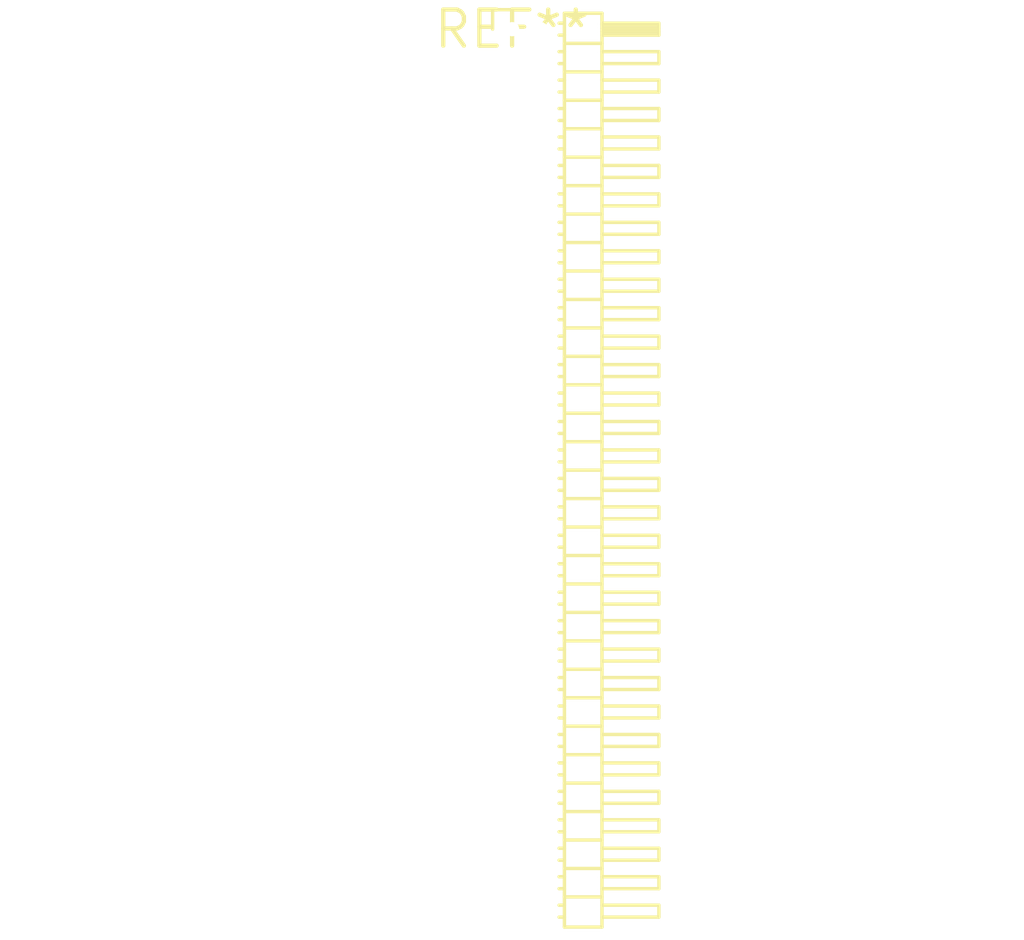
<source format=kicad_pcb>
(kicad_pcb (version 20240108) (generator pcbnew)
  (layers (0 "F.Cu" signal) (31 "B.Cu" signal) (34 "B.Paste" user) (35 "F.Paste" user) (36 "B.SilkS" user "B.Silkscreen") (37 "F.SilkS" user "F.Silkscreen") (38 "B.Mask" user) (39 "F.Mask" user) (44 "Edge.Cuts" user))
  (net 0 "")
  (footprint "PinHeader_2x32_P1.00mm_Horizontal" (layer "F.Cu") (at 0 0)
    (property "Reference" "REF**")
    (property "Value" "PinHeader_2x32_P1.00mm_Horizontal")
    (fp_line (start -0.685 -0.685) (end 0 -0.685) (layer "F.SilkS") (stroke (width 0.12)))
    (fp_line (start -0.685 0) (end -0.685 -0.685) (layer "F.SilkS") (stroke (width 0.12)))
    (fp_line (start 1.652016 -0.21) (end 1.84 -0.21) (layer "F.SilkS") (stroke (width 0.12)))
    (fp_line (start 1.652016 0.21) (end 1.84 0.21) (layer "F.SilkS") (stroke (width 0.12)))
    (fp_line (start 1.652016 0.79) (end 1.84 0.79) (layer "F.SilkS") (stroke (width 0.12)))
    (fp_line (start 1.652016 1.21) (end 1.84 1.21) (layer "F.SilkS") (stroke (width 0.12)))
    (fp_line (start 1.652016 1.79) (end 1.84 1.79) (layer "F.SilkS") (stroke (width 0.12)))
    (fp_line (start 1.652016 2.21) (end 1.84 2.21) (layer "F.SilkS") (stroke (width 0.12)))
    (fp_line (start 1.652016 2.79) (end 1.84 2.79) (layer "F.SilkS") (stroke (width 0.12)))
    (fp_line (start 1.652016 3.21) (end 1.84 3.21) (layer "F.SilkS") (stroke (width 0.12)))
    (fp_line (start 1.652016 3.79) (end 1.84 3.79) (layer "F.SilkS") (stroke (width 0.12)))
    (fp_line (start 1.652016 4.21) (end 1.84 4.21) (layer "F.SilkS") (stroke (width 0.12)))
    (fp_line (start 1.652016 4.79) (end 1.84 4.79) (layer "F.SilkS") (stroke (width 0.12)))
    (fp_line (start 1.652016 5.21) (end 1.84 5.21) (layer "F.SilkS") (stroke (width 0.12)))
    (fp_line (start 1.652016 5.79) (end 1.84 5.79) (layer "F.SilkS") (stroke (width 0.12)))
    (fp_line (start 1.652016 6.21) (end 1.84 6.21) (layer "F.SilkS") (stroke (width 0.12)))
    (fp_line (start 1.652016 6.79) (end 1.84 6.79) (layer "F.SilkS") (stroke (width 0.12)))
    (fp_line (start 1.652016 7.21) (end 1.84 7.21) (layer "F.SilkS") (stroke (width 0.12)))
    (fp_line (start 1.652016 7.79) (end 1.84 7.79) (layer "F.SilkS") (stroke (width 0.12)))
    (fp_line (start 1.652016 8.21) (end 1.84 8.21) (layer "F.SilkS") (stroke (width 0.12)))
    (fp_line (start 1.652016 8.79) (end 1.84 8.79) (layer "F.SilkS") (stroke (width 0.12)))
    (fp_line (start 1.652016 9.21) (end 1.84 9.21) (layer "F.SilkS") (stroke (width 0.12)))
    (fp_line (start 1.652016 9.79) (end 1.84 9.79) (layer "F.SilkS") (stroke (width 0.12)))
    (fp_line (start 1.652016 10.21) (end 1.84 10.21) (layer "F.SilkS") (stroke (width 0.12)))
    (fp_line (start 1.652016 10.79) (end 1.84 10.79) (layer "F.SilkS") (stroke (width 0.12)))
    (fp_line (start 1.652016 11.21) (end 1.84 11.21) (layer "F.SilkS") (stroke (width 0.12)))
    (fp_line (start 1.652016 11.79) (end 1.84 11.79) (layer "F.SilkS") (stroke (width 0.12)))
    (fp_line (start 1.652016 12.21) (end 1.84 12.21) (layer "F.SilkS") (stroke (width 0.12)))
    (fp_line (start 1.652016 12.79) (end 1.84 12.79) (layer "F.SilkS") (stroke (width 0.12)))
    (fp_line (start 1.652016 13.21) (end 1.84 13.21) (layer "F.SilkS") (stroke (width 0.12)))
    (fp_line (start 1.652016 13.79) (end 1.84 13.79) (layer "F.SilkS") (stroke (width 0.12)))
    (fp_line (start 1.652016 14.21) (end 1.84 14.21) (layer "F.SilkS") (stroke (width 0.12)))
    (fp_line (start 1.652016 14.79) (end 1.84 14.79) (layer "F.SilkS") (stroke (width 0.12)))
    (fp_line (start 1.652016 15.21) (end 1.84 15.21) (layer "F.SilkS") (stroke (width 0.12)))
    (fp_line (start 1.652016 15.79) (end 1.84 15.79) (layer "F.SilkS") (stroke (width 0.12)))
    (fp_line (start 1.652016 16.21) (end 1.84 16.21) (layer "F.SilkS") (stroke (width 0.12)))
    (fp_line (start 1.652016 16.79) (end 1.84 16.79) (layer "F.SilkS") (stroke (width 0.12)))
    (fp_line (start 1.652016 17.21) (end 1.84 17.21) (layer "F.SilkS") (stroke (width 0.12)))
    (fp_line (start 1.652016 17.79) (end 1.84 17.79) (layer "F.SilkS") (stroke (width 0.12)))
    (fp_line (start 1.652016 18.21) (end 1.84 18.21) (layer "F.SilkS") (stroke (width 0.12)))
    (fp_line (start 1.652016 18.79) (end 1.84 18.79) (layer "F.SilkS") (stroke (width 0.12)))
    (fp_line (start 1.652016 19.21) (end 1.84 19.21) (layer "F.SilkS") (stroke (width 0.12)))
    (fp_line (start 1.652016 19.79) (end 1.84 19.79) (layer "F.SilkS") (stroke (width 0.12)))
    (fp_line (start 1.652016 20.21) (end 1.84 20.21) (layer "F.SilkS") (stroke (width 0.12)))
    (fp_line (start 1.652016 20.79) (end 1.84 20.79) (layer "F.SilkS") (stroke (width 0.12)))
    (fp_line (start 1.652016 21.21) (end 1.84 21.21) (layer "F.SilkS") (stroke (width 0.12)))
    (fp_line (start 1.652016 21.79) (end 1.84 21.79) (layer "F.SilkS") (stroke (width 0.12)))
    (fp_line (start 1.652016 22.21) (end 1.84 22.21) (layer "F.SilkS") (stroke (width 0.12)))
    (fp_line (start 1.652016 22.79) (end 1.84 22.79) (layer "F.SilkS") (stroke (width 0.12)))
    (fp_line (start 1.652016 23.21) (end 1.84 23.21) (layer "F.SilkS") (stroke (width 0.12)))
    (fp_line (start 1.652016 23.79) (end 1.84 23.79) (layer "F.SilkS") (stroke (width 0.12)))
    (fp_line (start 1.652016 24.21) (end 1.84 24.21) (layer "F.SilkS") (stroke (width 0.12)))
    (fp_line (start 1.652016 24.79) (end 1.84 24.79) (layer "F.SilkS") (stroke (width 0.12)))
    (fp_line (start 1.652016 25.21) (end 1.84 25.21) (layer "F.SilkS") (stroke (width 0.12)))
    (fp_line (start 1.652016 25.79) (end 1.84 25.79) (layer "F.SilkS") (stroke (width 0.12)))
    (fp_line (start 1.652016 26.21) (end 1.84 26.21) (layer "F.SilkS") (stroke (width 0.12)))
    (fp_line (start 1.652016 26.79) (end 1.84 26.79) (layer "F.SilkS") (stroke (width 0.12)))
    (fp_line (start 1.652016 27.21) (end 1.84 27.21) (layer "F.SilkS") (stroke (width 0.12)))
    (fp_line (start 1.652016 27.79) (end 1.84 27.79) (layer "F.SilkS") (stroke (width 0.12)))
    (fp_line (start 1.652016 28.21) (end 1.84 28.21) (layer "F.SilkS") (stroke (width 0.12)))
    (fp_line (start 1.652016 28.79) (end 1.84 28.79) (layer "F.SilkS") (stroke (width 0.12)))
    (fp_line (start 1.652016 29.21) (end 1.84 29.21) (layer "F.SilkS") (stroke (width 0.12)))
    (fp_line (start 1.652016 29.79) (end 1.84 29.79) (layer "F.SilkS") (stroke (width 0.12)))
    (fp_line (start 1.652016 30.21) (end 1.84 30.21) (layer "F.SilkS") (stroke (width 0.12)))
    (fp_line (start 1.652016 30.79) (end 1.84 30.79) (layer "F.SilkS") (stroke (width 0.12)))
    (fp_line (start 1.652016 31.21) (end 1.84 31.21) (layer "F.SilkS") (stroke (width 0.12)))
    (fp_line (start 1.84 -0.56) (end 1.84 31.56) (layer "F.SilkS") (stroke (width 0.12)))
    (fp_line (start 1.84 0.5) (end 3.16 0.5) (layer "F.SilkS") (stroke (width 0.12)))
    (fp_line (start 1.84 1.5) (end 3.16 1.5) (layer "F.SilkS") (stroke (width 0.12)))
    (fp_line (start 1.84 2.5) (end 3.16 2.5) (layer "F.SilkS") (stroke (width 0.12)))
    (fp_line (start 1.84 3.5) (end 3.16 3.5) (layer "F.SilkS") (stroke (width 0.12)))
    (fp_line (start 1.84 4.5) (end 3.16 4.5) (layer "F.SilkS") (stroke (width 0.12)))
    (fp_line (start 1.84 5.5) (end 3.16 5.5) (layer "F.SilkS") (stroke (width 0.12)))
    (fp_line (start 1.84 6.5) (end 3.16 6.5) (layer "F.SilkS") (stroke (width 0.12)))
    (fp_line (start 1.84 7.5) (end 3.16 7.5) (layer "F.SilkS") (stroke (width 0.12)))
    (fp_line (start 1.84 8.5) (end 3.16 8.5) (layer "F.SilkS") (stroke (width 0.12)))
    (fp_line (start 1.84 9.5) (end 3.16 9.5) (layer "F.SilkS") (stroke (width 0.12)))
    (fp_line (start 1.84 10.5) (end 3.16 10.5) (layer "F.SilkS") (stroke (width 0.12)))
    (fp_line (start 1.84 11.5) (end 3.16 11.5) (layer "F.SilkS") (stroke (width 0.12)))
    (fp_line (start 1.84 12.5) (end 3.16 12.5) (layer "F.SilkS") (stroke (width 0.12)))
    (fp_line (start 1.84 13.5) (end 3.16 13.5) (layer "F.SilkS") (stroke (width 0.12)))
    (fp_line (start 1.84 14.5) (end 3.16 14.5) (layer "F.SilkS") (stroke (width 0.12)))
    (fp_line (start 1.84 15.5) (end 3.16 15.5) (layer "F.SilkS") (stroke (width 0.12)))
    (fp_line (start 1.84 16.5) (end 3.16 16.5) (layer "F.SilkS") (stroke (width 0.12)))
    (fp_line (start 1.84 17.5) (end 3.16 17.5) (layer "F.SilkS") (stroke (width 0.12)))
    (fp_line (start 1.84 18.5) (end 3.16 18.5) (layer "F.SilkS") (stroke (width 0.12)))
    (fp_line (start 1.84 19.5) (end 3.16 19.5) (layer "F.SilkS") (stroke (width 0.12)))
    (fp_line (start 1.84 20.5) (end 3.16 20.5) (layer "F.SilkS") (stroke (width 0.12)))
    (fp_line (start 1.84 21.5) (end 3.16 21.5) (layer "F.SilkS") (stroke (width 0.12)))
    (fp_line (start 1.84 22.5) (end 3.16 22.5) (layer "F.SilkS") (stroke (width 0.12)))
    (fp_line (start 1.84 23.5) (end 3.16 23.5) (layer "F.SilkS") (stroke (width 0.12)))
    (fp_line (start 1.84 24.5) (end 3.16 24.5) (layer "F.SilkS") (stroke (width 0.12)))
    (fp_line (start 1.84 25.5) (end 3.16 25.5) (layer "F.SilkS") (stroke (width 0.12)))
    (fp_line (start 1.84 26.5) (end 3.16 26.5) (layer "F.SilkS") (stroke (width 0.12)))
    (fp_line (start 1.84 27.5) (end 3.16 27.5) (layer "F.SilkS") (stroke (width 0.12)))
    (fp_line (start 1.84 28.5) (end 3.16 28.5) (layer "F.SilkS") (stroke (width 0.12)))
    (fp_line (start 1.84 29.5) (end 3.16 29.5) (layer "F.SilkS") (stroke (width 0.12)))
    (fp_line (start 1.84 30.5) (end 3.16 30.5) (layer "F.SilkS") (stroke (width 0.12)))
    (fp_line (start 1.84 31.56) (end 3.16 31.56) (layer "F.SilkS") (stroke (width 0.12)))
    (fp_line (start 3.16 -0.56) (end 1.84 -0.56) (layer "F.SilkS") (stroke (width 0.12)))
    (fp_line (start 3.16 -0.21) (end 5.16 -0.21) (layer "F.SilkS") (stroke (width 0.12)))
    (fp_line (start 3.16 -0.15) (end 5.16 -0.15) (layer "F.SilkS") (stroke (width 0.12)))
    (fp_line (start 3.16 -0.03) (end 5.16 -0.03) (layer "F.SilkS") (stroke (width 0.12)))
    (fp_line (start 3.16 0.09) (end 5.16 0.09) (layer "F.SilkS") (stroke (width 0.12)))
    (fp_line (start 3.16 0.79) (end 5.16 0.79) (layer "F.SilkS") (stroke (width 0.12)))
    (fp_line (start 3.16 1.79) (end 5.16 1.79) (layer "F.SilkS") (stroke (width 0.12)))
    (fp_line (start 3.16 2.79) (end 5.16 2.79) (layer "F.SilkS") (stroke (width 0.12)))
    (fp_line (start 3.16 3.79) (end 5.16 3.79) (layer "F.SilkS") (stroke (width 0.12)))
    (fp_line (start 3.16 4.79) (end 5.16 4.79) (layer "F.SilkS") (stroke (width 0.12)))
    (fp_line (start 3.16 5.79) (end 5.16 5.79) (layer "F.SilkS") (stroke (width 0.12)))
    (fp_line (start 3.16 6.79) (end 5.16 6.79) (layer "F.SilkS") (stroke (width 0.12)))
    (fp_line (start 3.16 7.79) (end 5.16 7.79) (layer "F.SilkS") (stroke (width 0.12)))
    (fp_line (start 3.16 8.79) (end 5.16 8.79) (layer "F.SilkS") (stroke (width 0.12)))
    (fp_line (start 3.16 9.79) (end 5.16 9.79) (layer "F.SilkS") (stroke (width 0.12)))
    (fp_line (start 3.16 10.79) (end 5.16 10.79) (layer "F.SilkS") (stroke (width 0.12)))
    (fp_line (start 3.16 11.79) (end 5.16 11.79) (layer "F.SilkS") (stroke (width 0.12)))
    (fp_line (start 3.16 12.79) (end 5.16 12.79) (layer "F.SilkS") (stroke (width 0.12)))
    (fp_line (start 3.16 13.79) (end 5.16 13.79) (layer "F.SilkS") (stroke (width 0.12)))
    (fp_line (start 3.16 14.79) (end 5.16 14.79) (layer "F.SilkS") (stroke (width 0.12)))
    (fp_line (start 3.16 15.79) (end 5.16 15.79) (layer "F.SilkS") (stroke (width 0.12)))
    (fp_line (start 3.16 16.79) (end 5.16 16.79) (layer "F.SilkS") (stroke (width 0.12)))
    (fp_line (start 3.16 17.79) (end 5.16 17.79) (layer "F.SilkS") (stroke (width 0.12)))
    (fp_line (start 3.16 18.79) (end 5.16 18.79) (layer "F.SilkS") (stroke (width 0.12)))
    (fp_line (start 3.16 19.79) (end 5.16 19.79) (layer "F.SilkS") (stroke (width 0.12)))
    (fp_line (start 3.16 20.79) (end 5.16 20.79) (layer "F.SilkS") (stroke (width 0.12)))
    (fp_line (start 3.16 21.79) (end 5.16 21.79) (layer "F.SilkS") (stroke (width 0.12)))
    (fp_line (start 3.16 22.79) (end 5.16 22.79) (layer "F.SilkS") (stroke (width 0.12)))
    (fp_line (start 3.16 23.79) (end 5.16 23.79) (layer "F.SilkS") (stroke (width 0.12)))
    (fp_line (start 3.16 24.79) (end 5.16 24.79) (layer "F.SilkS") (stroke (width 0.12)))
    (fp_line (start 3.16 25.79) (end 5.16 25.79) (layer "F.SilkS") (stroke (width 0.12)))
    (fp_line (start 3.16 26.79) (end 5.16 26.79) (layer "F.SilkS") (stroke (width 0.12)))
    (fp_line (start 3.16 27.79) (end 5.16 27.79) (layer "F.SilkS") (stroke (width 0.12)))
    (fp_line (start 3.16 28.79) (end 5.16 28.79) (layer "F.SilkS") (stroke (width 0.12)))
    (fp_line (start 3.16 29.79) (end 5.16 29.79) (layer "F.SilkS") (stroke (width 0.12)))
    (fp_line (start 3.16 30.79) (end 5.16 30.79) (layer "F.SilkS") (stroke (width 0.12)))
    (fp_line (start 3.16 31.56) (end 3.16 -0.56) (layer "F.SilkS") (stroke (width 0.12)))
    (fp_line (start 5.16 -0.21) (end 5.16 0.21) (layer "F.SilkS") (stroke (width 0.12)))
    (fp_line (start 5.16 0.21) (end 3.16 0.21) (layer "F.SilkS") (stroke (width 0.12)))
    (fp_line (start 5.16 0.79) (end 5.16 1.21) (layer "F.SilkS") (stroke (width 0.12)))
    (fp_line (start 5.16 1.21) (end 3.16 1.21) (layer "F.SilkS") (stroke (width 0.12)))
    (fp_line (start 5.16 1.79) (end 5.16 2.21) (layer "F.SilkS") (stroke (width 0.12)))
    (fp_line (start 5.16 2.21) (end 3.16 2.21) (layer "F.SilkS") (stroke (width 0.12)))
    (fp_line (start 5.16 2.79) (end 5.16 3.21) (layer "F.SilkS") (stroke (width 0.12)))
    (fp_line (start 5.16 3.21) (end 3.16 3.21) (layer "F.SilkS") (stroke (width 0.12)))
    (fp_line (start 5.16 3.79) (end 5.16 4.21) (layer "F.SilkS") (stroke (width 0.12)))
    (fp_line (start 5.16 4.21) (end 3.16 4.21) (layer "F.SilkS") (stroke (width 0.12)))
    (fp_line (start 5.16 4.79) (end 5.16 5.21) (layer "F.SilkS") (stroke (width 0.12)))
    (fp_line (start 5.16 5.21) (end 3.16 5.21) (layer "F.SilkS") (stroke (width 0.12)))
    (fp_line (start 5.16 5.79) (end 5.16 6.21) (layer "F.SilkS") (stroke (width 0.12)))
    (fp_line (start 5.16 6.21) (end 3.16 6.21) (layer "F.SilkS") (stroke (width 0.12)))
    (fp_line (start 5.16 6.79) (end 5.16 7.21) (layer "F.SilkS") (stroke (width 0.12)))
    (fp_line (start 5.16 7.21) (end 3.16 7.21) (layer "F.SilkS") (stroke (width 0.12)))
    (fp_line (start 5.16 7.79) (end 5.16 8.21) (layer "F.SilkS") (stroke (width 0.12)))
    (fp_line (start 5.16 8.21) (end 3.16 8.21) (layer "F.SilkS") (stroke (width 0.12)))
    (fp_line (start 5.16 8.79) (end 5.16 9.21) (layer "F.SilkS") (stroke (width 0.12)))
    (fp_line (start 5.16 9.21) (end 3.16 9.21) (layer "F.SilkS") (stroke (width 0.12)))
    (fp_line (start 5.16 9.79) (end 5.16 10.21) (layer "F.SilkS") (stroke (width 0.12)))
    (fp_line (start 5.16 10.21) (end 3.16 10.21) (layer "F.SilkS") (stroke (width 0.12)))
    (fp_line (start 5.16 10.79) (end 5.16 11.21) (layer "F.SilkS") (stroke (width 0.12)))
    (fp_line (start 5.16 11.21) (end 3.16 11.21) (layer "F.SilkS") (stroke (width 0.12)))
    (fp_line (start 5.16 11.79) (end 5.16 12.21) (layer "F.SilkS") (stroke (width 0.12)))
    (fp_line (start 5.16 12.21) (end 3.16 12.21) (layer "F.SilkS") (stroke (width 0.12)))
    (fp_line (start 5.16 12.79) (end 5.16 13.21) (layer "F.SilkS") (stroke (width 0.12)))
    (fp_line (start 5.16 13.21) (end 3.16 13.21) (layer "F.SilkS") (stroke (width 0.12)))
    (fp_line (start 5.16 13.79) (end 5.16 14.21) (layer "F.SilkS") (stroke (width 0.12)))
    (fp_line (start 5.16 14.21) (end 3.16 14.21) (layer "F.SilkS") (stroke (width 0.12)))
    (fp_line (start 5.16 14.79) (end 5.16 15.21) (layer "F.SilkS") (stroke (width 0.12)))
    (fp_line (start 5.16 15.21) (end 3.16 15.21) (layer "F.SilkS") (stroke (width 0.12)))
    (fp_line (start 5.16 15.79) (end 5.16 16.21) (layer "F.SilkS") (stroke (width 0.12)))
    (fp_line (start 5.16 16.21) (end 3.16 16.21) (layer "F.SilkS") (stroke (width 0.12)))
    (fp_line (start 5.16 16.79) (end 5.16 17.21) (layer "F.SilkS") (stroke (width 0.12)))
    (fp_line (start 5.16 17.21) (end 3.16 17.21) (layer "F.SilkS") (stroke (width 0.12)))
    (fp_line (start 5.16 17.79) (end 5.16 18.21) (layer "F.SilkS") (stroke (width 0.12)))
    (fp_line (start 5.16 18.21) (end 3.16 18.21) (layer "F.SilkS") (stroke (width 0.12)))
    (fp_line (start 5.16 18.79) (end 5.16 19.21) (layer "F.SilkS") (stroke (width 0.12)))
    (fp_line (start 5.16 19.21) (end 3.16 19.21) (layer "F.SilkS") (stroke (width 0.12)))
    (fp_line (start 5.16 19.79) (end 5.16 20.21) (layer "F.SilkS") (stroke (width 0.12)))
    (fp_line (start 5.16 20.21) (end 3.16 20.21) (layer "F.SilkS") (stroke (width 0.12)))
    (fp_line (start 5.16 20.79) (end 5.16 21.21) (layer "F.SilkS") (stroke (width 0.12)))
    (fp_line (start 5.16 21.21) (end 3.16 21.21) (layer "F.SilkS") (stroke (width 0.12)))
    (fp_line (start 5.16 21.79) (end 5.16 22.21) (layer "F.SilkS") (stroke (width 0.12)))
    (fp_line (start 5.16 22.21) (end 3.16 22.21) (layer "F.SilkS") (stroke (width 0.12)))
    (fp_line (start 5.16 22.79) (end 5.16 23.21) (layer "F.SilkS") (stroke (width 0.12)))
    (fp_line (start 5.16 23.21) (end 3.16 23.21) (layer "F.SilkS") (stroke (width 0.12)))
    (fp_line (start 5.16 23.79) (end 5.16 24.21) (layer "F.SilkS") (stroke (width 0.12)))
    (fp_line (start 5.16 24.21) (end 3.16 24.21) (layer "F.SilkS") (stroke (width 0.12)))
    (fp_line (start 5.16 24.79) (end 5.16 25.21) (layer "F.SilkS") (stroke (width 0.12)))
    (fp_line (start 5.16 25.21) (end 3.16 25.21) (layer "F.SilkS") (stroke (width 0.12)))
    (fp_line (start 5.16 25.79) (end 5.16 26.21) (layer "F.SilkS") (stroke (width 0.12)))
    (fp_line (start 5.16 26.21) (end 3.16 26.21) (layer "F.SilkS") (stroke (width 0.12)))
    (fp_line (start 5.16 26.79) (end 5.16 27.21) (layer "F.SilkS") (stroke (width 0.12)))
    (fp_line (start 5.16 27.21) (end 3.16 27.21) (layer "F.SilkS") (stroke (width 0.12)))
    (fp_line (start 5.16 27.79) (end 5.16 28.21) (layer "F.SilkS") (stroke (width 0.12)))
    (fp_line (start 5.16 28.21) (end 3.16 28.21) (layer "F.SilkS") (stroke (width 0.12)))
    (fp_line (start 5.16 28.79) (end 5.16 29.21) (layer "F.SilkS") (stroke (width 0.12)))
    (fp_line (start 5.16 29.21) (end 3.16 29.21) (layer "F.SilkS") (stroke (width 0.12)))
    (fp_line (start 5.16 29.79) (end 5.16 30.21) (layer "F.SilkS") (stroke (width 0.12)))
    (fp_line (start 5.16 30.21) (end 3.16 30.21) (layer "F.SilkS") (stroke (width 0.12)))
    (fp_line (start 5.16 30.79) (end 5.16 31.21) (layer "F.SilkS") (stroke (width 0.12)))
    (fp_line (start 5.16 31.21) (end 3.16 31.21) (layer "F.SilkS") (stroke (width 0.12)))
    (pad "1" thru_hole rect (at 0 0) (size 0.85 0.85) (drill 0.5) (layers *.Cu *.Mask) (remove_unused_layers))
    (pad "2" thru_hole oval (at 1 0) (size 0.85 0.85) (drill 0.5) (layers *.Cu *.Mask) (remove_unused_layers))
    (pad "3" thru_hole oval (at 0 1) (size 0.85 0.85) (drill 0.5) (layers *.Cu *.Mask) (remove_unused_layers))
    (pad "4" thru_hole oval (at 1 1) (size 0.85 0.85) (drill 0.5) (layers *.Cu *.Mask) (remove_unused_layers))
    (pad "5" thru_hole oval (at 0 2) (size 0.85 0.85) (drill 0.5) (layers *.Cu *.Mask) (remove_unused_layers))
    (pad "6" thru_hole oval (at 1 2) (size 0.85 0.85) (drill 0.5) (layers *.Cu *.Mask) (remove_unused_layers))
    (pad "7" thru_hole oval (at 0 3) (size 0.85 0.85) (drill 0.5) (layers *.Cu *.Mask) (remove_unused_layers))
    (pad "8" thru_hole oval (at 1 3) (size 0.85 0.85) (drill 0.5) (layers *.Cu *.Mask) (remove_unused_layers))
    (pad "9" thru_hole oval (at 0 4) (size 0.85 0.85) (drill 0.5) (layers *.Cu *.Mask) (remove_unused_layers))
    (pad "10" thru_hole oval (at 1 4) (size 0.85 0.85) (drill 0.5) (layers *.Cu *.Mask) (remove_unused_layers))
    (pad "11" thru_hole oval (at 0 5) (size 0.85 0.85) (drill 0.5) (layers *.Cu *.Mask) (remove_unused_layers))
    (pad "12" thru_hole oval (at 1 5) (size 0.85 0.85) (drill 0.5) (layers *.Cu *.Mask) (remove_unused_layers))
    (pad "13" thru_hole oval (at 0 6) (size 0.85 0.85) (drill 0.5) (layers *.Cu *.Mask) (remove_unused_layers))
    (pad "14" thru_hole oval (at 1 6) (size 0.85 0.85) (drill 0.5) (layers *.Cu *.Mask) (remove_unused_layers))
    (pad "15" thru_hole oval (at 0 7) (size 0.85 0.85) (drill 0.5) (layers *.Cu *.Mask) (remove_unused_layers))
    (pad "16" thru_hole oval (at 1 7) (size 0.85 0.85) (drill 0.5) (layers *.Cu *.Mask) (remove_unused_layers))
    (pad "17" thru_hole oval (at 0 8) (size 0.85 0.85) (drill 0.5) (layers *.Cu *.Mask) (remove_unused_layers))
    (pad "18" thru_hole oval (at 1 8) (size 0.85 0.85) (drill 0.5) (layers *.Cu *.Mask) (remove_unused_layers))
    (pad "19" thru_hole oval (at 0 9) (size 0.85 0.85) (drill 0.5) (layers *.Cu *.Mask) (remove_unused_layers))
    (pad "20" thru_hole oval (at 1 9) (size 0.85 0.85) (drill 0.5) (layers *.Cu *.Mask) (remove_unused_layers))
    (pad "21" thru_hole oval (at 0 10) (size 0.85 0.85) (drill 0.5) (layers *.Cu *.Mask) (remove_unused_layers))
    (pad "22" thru_hole oval (at 1 10) (size 0.85 0.85) (drill 0.5) (layers *.Cu *.Mask) (remove_unused_layers))
    (pad "23" thru_hole oval (at 0 11) (size 0.85 0.85) (drill 0.5) (layers *.Cu *.Mask) (remove_unused_layers))
    (pad "24" thru_hole oval (at 1 11) (size 0.85 0.85) (drill 0.5) (layers *.Cu *.Mask) (remove_unused_layers))
    (pad "25" thru_hole oval (at 0 12) (size 0.85 0.85) (drill 0.5) (layers *.Cu *.Mask) (remove_unused_layers))
    (pad "26" thru_hole oval (at 1 12) (size 0.85 0.85) (drill 0.5) (layers *.Cu *.Mask) (remove_unused_layers))
    (pad "27" thru_hole oval (at 0 13) (size 0.85 0.85) (drill 0.5) (layers *.Cu *.Mask) (remove_unused_layers))
    (pad "28" thru_hole oval (at 1 13) (size 0.85 0.85) (drill 0.5) (layers *.Cu *.Mask) (remove_unused_layers))
    (pad "29" thru_hole oval (at 0 14) (size 0.85 0.85) (drill 0.5) (layers *.Cu *.Mask) (remove_unused_layers))
    (pad "30" thru_hole oval (at 1 14) (size 0.85 0.85) (drill 0.5) (layers *.Cu *.Mask) (remove_unused_layers))
    (pad "31" thru_hole oval (at 0 15) (size 0.85 0.85) (drill 0.5) (layers *.Cu *.Mask) (remove_unused_layers))
    (pad "32" thru_hole oval (at 1 15) (size 0.85 0.85) (drill 0.5) (layers *.Cu *.Mask) (remove_unused_layers))
    (pad "33" thru_hole oval (at 0 16) (size 0.85 0.85) (drill 0.5) (layers *.Cu *.Mask) (remove_unused_layers))
    (pad "34" thru_hole oval (at 1 16) (size 0.85 0.85) (drill 0.5) (layers *.Cu *.Mask) (remove_unused_layers))
    (pad "35" thru_hole oval (at 0 17) (size 0.85 0.85) (drill 0.5) (layers *.Cu *.Mask) (remove_unused_layers))
    (pad "36" thru_hole oval (at 1 17) (size 0.85 0.85) (drill 0.5) (layers *.Cu *.Mask) (remove_unused_layers))
    (pad "37" thru_hole oval (at 0 18) (size 0.85 0.85) (drill 0.5) (layers *.Cu *.Mask) (remove_unused_layers))
    (pad "38" thru_hole oval (at 1 18) (size 0.85 0.85) (drill 0.5) (layers *.Cu *.Mask) (remove_unused_layers))
    (pad "39" thru_hole oval (at 0 19) (size 0.85 0.85) (drill 0.5) (layers *.Cu *.Mask) (remove_unused_layers))
    (pad "40" thru_hole oval (at 1 19) (size 0.85 0.85) (drill 0.5) (layers *.Cu *.Mask) (remove_unused_layers))
    (pad "41" thru_hole oval (at 0 20) (size 0.85 0.85) (drill 0.5) (layers *.Cu *.Mask) (remove_unused_layers))
    (pad "42" thru_hole oval (at 1 20) (size 0.85 0.85) (drill 0.5) (layers *.Cu *.Mask) (remove_unused_layers))
    (pad "43" thru_hole oval (at 0 21) (size 0.85 0.85) (drill 0.5) (layers *.Cu *.Mask) (remove_unused_layers))
    (pad "44" thru_hole oval (at 1 21) (size 0.85 0.85) (drill 0.5) (layers *.Cu *.Mask) (remove_unused_layers))
    (pad "45" thru_hole oval (at 0 22) (size 0.85 0.85) (drill 0.5) (layers *.Cu *.Mask) (remove_unused_layers))
    (pad "46" thru_hole oval (at 1 22) (size 0.85 0.85) (drill 0.5) (layers *.Cu *.Mask) (remove_unused_layers))
    (pad "47" thru_hole oval (at 0 23) (size 0.85 0.85) (drill 0.5) (layers *.Cu *.Mask) (remove_unused_layers))
    (pad "48" thru_hole oval (at 1 23) (size 0.85 0.85) (drill 0.5) (layers *.Cu *.Mask) (remove_unused_layers))
    (pad "49" thru_hole oval (at 0 24) (size 0.85 0.85) (drill 0.5) (layers *.Cu *.Mask) (remove_unused_layers))
    (pad "50" thru_hole oval (at 1 24) (size 0.85 0.85) (drill 0.5) (layers *.Cu *.Mask) (remove_unused_layers))
    (pad "51" thru_hole oval (at 0 25) (size 0.85 0.85) (drill 0.5) (layers *.Cu *.Mask) (remove_unused_layers))
    (pad "52" thru_hole oval (at 1 25) (size 0.85 0.85) (drill 0.5) (layers *.Cu *.Mask) (remove_unused_layers))
    (pad "53" thru_hole oval (at 0 26) (size 0.85 0.85) (drill 0.5) (layers *.Cu *.Mask) (remove_unused_layers))
    (pad "54" thru_hole oval (at 1 26) (size 0.85 0.85) (drill 0.5) (layers *.Cu *.Mask) (remove_unused_layers))
    (pad "55" thru_hole oval (at 0 27) (size 0.85 0.85) (drill 0.5) (layers *.Cu *.Mask) (remove_unused_layers))
    (pad "56" thru_hole oval (at 1 27) (size 0.85 0.85) (drill 0.5) (layers *.Cu *.Mask) (remove_unused_layers))
    (pad "57" thru_hole oval (at 0 28) (size 0.85 0.85) (drill 0.5) (layers *.Cu *.Mask) (remove_unused_layers))
    (pad "58" thru_hole oval (at 1 28) (size 0.85 0.85) (drill 0.5) (layers *.Cu *.Mask) (remove_unused_layers))
    (pad "59" thru_hole oval (at 0 29) (size 0.85 0.85) (drill 0.5) (layers *.Cu *.Mask) (remove_unused_layers))
    (pad "60" thru_hole oval (at 1 29) (size 0.85 0.85) (drill 0.5) (layers *.Cu *.Mask) (remove_unused_layers))
    (pad "61" thru_hole oval (at 0 30) (size 0.85 0.85) (drill 0.5) (layers *.Cu *.Mask) (remove_unused_layers))
    (pad "62" thru_hole oval (at 1 30) (size 0.85 0.85) (drill 0.5) (layers *.Cu *.Mask) (remove_unused_layers))
    (pad "63" thru_hole oval (at 0 31) (size 0.85 0.85) (drill 0.5) (layers *.Cu *.Mask) (remove_unused_layers))
    (pad "64" thru_hole oval (at 1 31) (size 0.85 0.85) (drill 0.5) (layers *.Cu *.Mask) (remove_unused_layers))
  )
)
</source>
